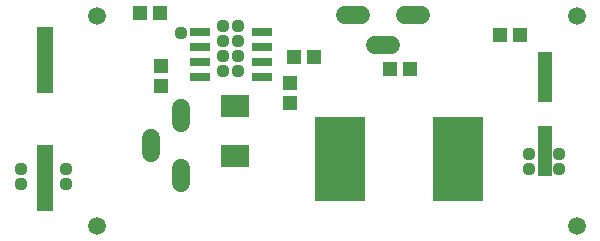
<source format=gts>
G75*
%MOIN*%
%OFA0B0*%
%FSLAX25Y25*%
%IPPOS*%
%LPD*%
%AMOC8*
5,1,8,0,0,1.08239X$1,22.5*
%
%ADD10R,0.05500X0.21900*%
%ADD11R,0.05131X0.04737*%
%ADD12R,0.05100X0.16800*%
%ADD13R,0.04737X0.05131*%
%ADD14R,0.09383X0.07178*%
%ADD15R,0.16548X0.28359*%
%ADD16R,0.07100X0.02900*%
%ADD17C,0.06000*%
%ADD18C,0.05950*%
%ADD19C,0.04369*%
D10*
X0040533Y0029972D03*
X0040533Y0069172D03*
D11*
X0079019Y0067221D03*
X0079019Y0060528D03*
X0123394Y0070431D03*
X0130087Y0070431D03*
X0078690Y0084999D03*
X0071997Y0084999D03*
X0192146Y0077477D03*
X0198838Y0077477D03*
D12*
X0206972Y0063576D03*
X0206972Y0038976D03*
D13*
X0162031Y0066219D03*
X0155338Y0066219D03*
X0122127Y0061643D03*
X0122127Y0054950D03*
D14*
X0103885Y0054016D03*
X0103885Y0037402D03*
D15*
X0138637Y0036202D03*
X0178007Y0036202D03*
D16*
X0112904Y0063607D03*
X0112904Y0068607D03*
X0112904Y0073607D03*
X0112904Y0078607D03*
X0092004Y0078607D03*
X0092004Y0073607D03*
X0092004Y0068607D03*
X0092004Y0063607D03*
D17*
X0085668Y0053462D02*
X0085668Y0048262D01*
X0075668Y0043462D02*
X0075668Y0038262D01*
X0085668Y0033462D02*
X0085668Y0028262D01*
X0150568Y0074362D02*
X0155768Y0074362D01*
X0160568Y0084362D02*
X0165768Y0084362D01*
X0145768Y0084362D02*
X0140568Y0084362D01*
D18*
X0057668Y0013862D03*
X0217668Y0013862D03*
X0217668Y0083862D03*
X0057668Y0083862D03*
D19*
X0085892Y0078370D03*
X0099915Y0080476D03*
X0104915Y0080476D03*
X0104915Y0075476D03*
X0099915Y0075476D03*
X0099915Y0070476D03*
X0104915Y0070476D03*
X0104915Y0065476D03*
X0099915Y0065476D03*
X0047415Y0032976D03*
X0047415Y0027976D03*
X0032415Y0027976D03*
X0032415Y0032976D03*
X0201915Y0032976D03*
X0201915Y0037976D03*
X0211915Y0037976D03*
X0211915Y0032976D03*
M02*

</source>
